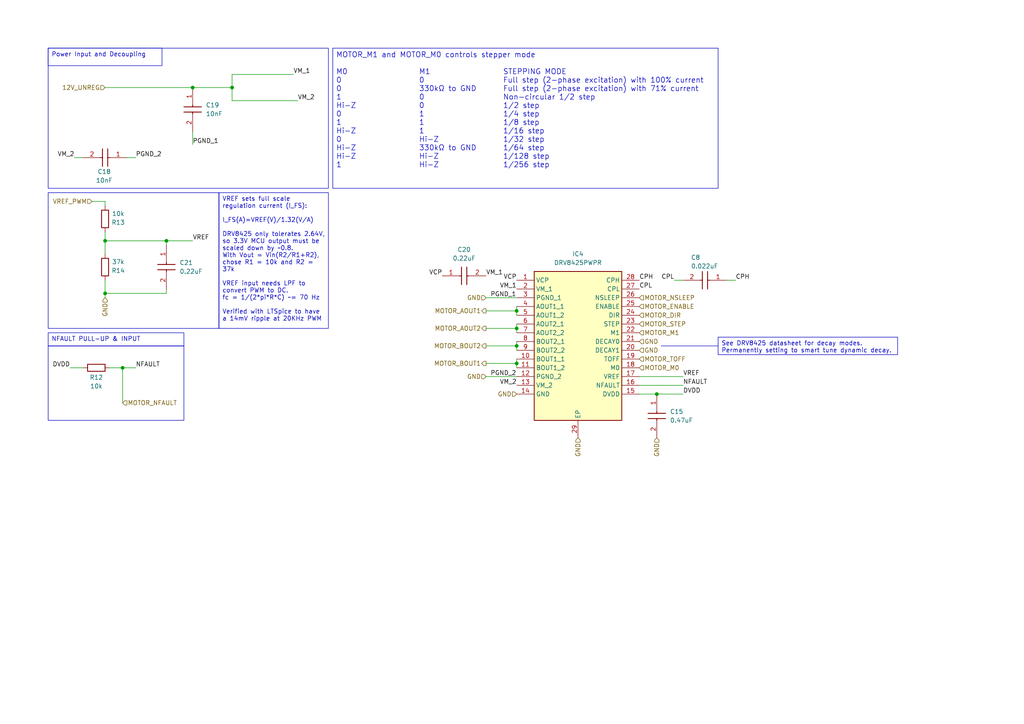
<source format=kicad_sch>
(kicad_sch (version 20250114) (generator "eeschema") (generator_version "9.0")
  (paper "A4")
  (lib_symbols
    (symbol "Device:R" (pin_numbers (hide yes)) (pin_names (offset 0))
      (property "Reference" "R" (at 2.032 0 90))
      (property "Value" "R" (at 0 0 90))
      (symbol "R_0_1"
        (rectangle (start -1.016 -2.54) (end 1.016 2.54) (stroke (width 0.254)))
      )
      (symbol "R_1_1"
        (pin passive line (at 0 3.81 270) (length 1.27) (name "~") (number "1"))
        (pin passive line (at 0 -3.81 90) (length 1.27) (name "~") (number "2"))
      )
    )
    (symbol "SamacSys_Parts:DRV8425PWPR"
      (property "Reference" "IC" (at 31.75 7.62 0))
      (property "Value" "DRV8425PWPR" (at 31.75 5.08 0))
      (symbol "DRV8425PWPR_1_1"
        (rectangle (start 5.08 2.54) (end 30.48 -40.64) (stroke (width 0.254)) (fill (type background)))
        (pin passive line (at 0 0 0) (length 5.08) (name "VCP") (number "1"))
        (pin passive line (at 0 -2.54 0) (length 5.08) (name "VM_1") (number "2"))
        (pin passive line (at 0 -5.08 0) (length 5.08) (name "PGND_1") (number "3"))
        (pin passive line (at 0 -7.62 0) (length 5.08) (name "AOUT1_1") (number "4"))
        (pin passive line (at 0 -10.16 0) (length 5.08) (name "AOUT1_2") (number "5"))
        (pin passive line (at 0 -12.7 0) (length 5.08) (name "AOUT2_1") (number "6"))
        (pin passive line (at 0 -15.24 0) (length 5.08) (name "AOUT2_2") (number "7"))
        (pin passive line (at 0 -17.78 0) (length 5.08) (name "BOUT2_1") (number "8"))
        (pin passive line (at 0 -20.32 0) (length 5.08) (name "BOUT2_2") (number "9"))
        (pin passive line (at 0 -22.86 0) (length 5.08) (name "BOUT1_1") (number "10"))
        (pin passive line (at 0 -25.4 0) (length 5.08) (name "BOUT1_2") (number "11"))
        (pin passive line (at 0 -27.94 0) (length 5.08) (name "PGND_2") (number "12"))
        (pin passive line (at 0 -30.48 0) (length 5.08) (name "VM_2") (number "13"))
        (pin passive line (at 0 -33.02 0) (length 5.08) (name "GND") (number "14"))
        (pin passive line (at 17.78 -45.72 90) (length 5.08) (name "EP") (number "29"))
        (pin passive line (at 35.56 0 180) (length 5.08) (name "CPH") (number "28"))
        (pin passive line (at 35.56 -2.54 180) (length 5.08) (name "CPL") (number "27"))
        (pin passive line (at 35.56 -5.08 180) (length 5.08) (name "NSLEEP") (number "26"))
        (pin passive line (at 35.56 -7.62 180) (length 5.08) (name "ENABLE") (number "25"))
        (pin passive line (at 35.56 -10.16 180) (length 5.08) (name "DIR") (number "24"))
        (pin passive line (at 35.56 -12.7 180) (length 5.08) (name "STEP") (number "23"))
        (pin passive line (at 35.56 -15.24 180) (length 5.08) (name "M1") (number "22"))
        (pin passive line (at 35.56 -17.78 180) (length 5.08) (name "DECAY0") (number "21"))
        (pin passive line (at 35.56 -20.32 180) (length 5.08) (name "DECAY1") (number "20"))
        (pin passive line (at 35.56 -22.86 180) (length 5.08) (name "TOFF") (number "19"))
        (pin passive line (at 35.56 -25.4 180) (length 5.08) (name "M0") (number "18"))
        (pin passive line (at 35.56 -27.94 180) (length 5.08) (name "VREF") (number "17"))
        (pin passive line (at 35.56 -30.48 180) (length 5.08) (name "NFAULT") (number "16"))
        (pin passive line (at 35.56 -33.02 180) (length 5.08) (name "DVDD") (number "15"))
      )
    )
    (symbol "SamacSys_Parts:GCM155R71E223KA55J" (pin_names (hide yes))
      (property "Reference" "C" (at 8.89 6.35 0))
      (property "Value" "GCM155R71E223KA55J" (at 8.89 3.81 0))
      (symbol "GCM155R71E223KA55J_1_1"
        (polyline (pts (xy 5.08 0) (xy 5.588 0)) (stroke (width 0.254)))
        (polyline (pts (xy 5.588 2.54) (xy 5.588 -2.54)) (stroke (width 0.254)))
        (polyline (pts (xy 7.112 2.54) (xy 7.112 -2.54)) (stroke (width 0.254)))
        (polyline (pts (xy 7.112 0) (xy 7.62 0)) (stroke (width 0.254)))
        (pin passive line (at 0 0 0) (length 5.08) (name "1") (number "1"))
        (pin passive line (at 12.7 0 180) (length 5.08) (name "2") (number "2"))
      )
    )
    (symbol "SamacSys_Parts:GRM155R71C224KA12D" (pin_names (hide yes))
      (property "Reference" "C" (at 8.89 6.35 0))
      (property "Value" "GRM155R71C224KA12D" (at 8.89 3.81 0))
      (symbol "GRM155R71C224KA12D_1_1"
        (polyline (pts (xy 5.08 0) (xy 5.588 0)) (stroke (width 0.254)))
        (polyline (pts (xy 5.588 2.54) (xy 5.588 -2.54)) (stroke (width 0.254)))
        (polyline (pts (xy 7.112 2.54) (xy 7.112 -2.54)) (stroke (width 0.254)))
        (polyline (pts (xy 7.112 0) (xy 7.62 0)) (stroke (width 0.254)))
        (pin passive line (at 0 0 0) (length 5.08) (name "1") (number "1"))
        (pin passive line (at 12.7 0 180) (length 5.08) (name "2") (number "2"))
      )
    )
    (symbol "SamacSys_Parts:GRM155R71E103KA01D" (pin_names (hide yes))
      (property "Reference" "C" (at 8.89 6.35 0))
      (property "Value" "GRM155R71E103KA01D" (at 8.89 3.81 0))
      (symbol "GRM155R71E103KA01D_1_1"
        (polyline (pts (xy 5.08 0) (xy 5.588 0)) (stroke (width 0.254)))
        (polyline (pts (xy 5.588 2.54) (xy 5.588 -2.54)) (stroke (width 0.254)))
        (polyline (pts (xy 7.112 2.54) (xy 7.112 -2.54)) (stroke (width 0.254)))
        (polyline (pts (xy 7.112 0) (xy 7.62 0)) (stroke (width 0.254)))
        (pin passive line (at 0 0 0) (length 5.08) (name "1") (number "1"))
        (pin passive line (at 12.7 0 180) (length 5.08) (name "2") (number "2"))
      )
    )
    (symbol "SamacSys_Parts:GRT155R71A474KE01D" (pin_names (hide yes))
      (property "Reference" "C" (at 8.89 6.35 0))
      (property "Value" "GRT155R71A474KE01D" (at 8.89 3.81 0))
      (symbol "GRT155R71A474KE01D_1_1"
        (polyline (pts (xy 5.08 0) (xy 5.588 0)) (stroke (width 0.254)))
        (polyline (pts (xy 5.588 2.54) (xy 5.588 -2.54)) (stroke (width 0.254)))
        (polyline (pts (xy 7.112 2.54) (xy 7.112 -2.54)) (stroke (width 0.254)))
        (polyline (pts (xy 7.112 0) (xy 7.62 0)) (stroke (width 0.254)))
        (pin passive line (at 0 0 0) (length 5.08) (name "1") (number "1"))
        (pin passive line (at 12.7 0 180) (length 5.08) (name "2") (number "2"))
      )
    )
  )
  (rectangle (start 13.97 55.88) (end 63.5 95.25))
  (rectangle (start 13.97 13.97) (end 95.25 54.61))
  (rectangle (start 13.97 100.33) (end 53.34 121.92))
  (text_box "NFAULT PULL-UP & INPUT\n" (at 13.97 96.52 0) (size 39.37 3.81) (margins 0.9525 0.9525 0.9525 0.9525) (effects (font (size 1.27 1.27)) (justify left top)))
  (text_box "Power Input and Decoupling\n" (at 13.97 13.97 0) (size 33.02 5.08) (margins 0.9525 0.9525 0.9525 0.9525) (effects (font (size 1.27 1.27)) (justify left top)))
  (text_box "See DRV8425 datasheet for decay modes. Permanently setting to smart tune dynamic decay." (at 208.28 97.79 0) (size 52.07 5.08) (margins 0.9525 0.9525 0.9525 0.9525) (effects (font (size 1.27 1.27)) (justify left top)))
  (text_box "MOTOR_M1 and MOTOR_M0 controls stepper mode\n\nM0				M1				STEPPING MODE\n0				0 				Full step (2-phase excitation) with 100% current\n0 				330kΩ to GND	Full step (2-phase excitation) with 71% current\n1 				0 				Non-circular 1/2 step\nHi-Z 			0 				1/2 step\n0 				1 				1/4 step\n1 				1 				1/8 step\nHi-Z 			1 				1/16 step\n0 				Hi-Z 			1/32 step\nHi-Z 			330kΩ to GND	1/64 step\nHi-Z 			Hi-Z 			1/128 step\n1 				Hi-Z 			1/256 step" (at 96.52 13.97 0) (size 111.76 40.64) (margins 0.9525 0.9525 0.9525 0.9525) (effects (font (size 1.524 1.524)) (justify left top)))
  (text_box "VREF sets full scale regulation current (I_FS):\n\nI_FS(A)=VREF(V)/1.32(V/A)\n\nDRV8425 only tolerates 2.64V, so 3.3V MCU output must be scaled down by ~0.8. \nWith Vout = Vin(R2/R1+R2), chose R1 = 10k and R2 = 37k\n\nVREF input needs LPF to convert PWM to DC. \nfc = 1/(2*pi*R*C) ~= 70 Hz \n\nVerified with LTSpice to have a 14mV ripple at 20KHz PWM" (at 63.5 55.88 0) (size 31.75 39.37) (margins 0.9525 0.9525 0.9525 0.9525) (effects (font (size 1.27 1.27)) (justify left top)))
  (junction (at 190.5 114.3))
  (junction (at 67.31 25.4))
  (junction (at 149.86 100.33))
  (junction (at 30.48 85.09))
  (junction (at 35.56 106.68))
  (junction (at 48.26 69.85))
  (junction (at 149.86 95.25))
  (junction (at 149.86 105.41))
  (junction (at 30.48 69.85))
  (junction (at 55.88 25.4))
  (junction (at 149.86 90.17))
  (wire (pts (xy 149.86 88.9) (xy 149.86 90.17)))
  (wire (pts (xy 55.88 25.4) (xy 67.31 25.4)))
  (wire (pts (xy 30.48 69.85) (xy 30.48 73.66)))
  (wire (pts (xy 48.26 69.85) (xy 55.88 69.85)))
  (wire (pts (xy 140.97 109.22) (xy 149.86 109.22)))
  (wire (pts (xy 20.32 106.68) (xy 24.13 106.68)))
  (wire (pts (xy 30.48 85.09) (xy 30.48 86.36)))
  (wire (pts (xy 149.86 93.98) (xy 149.86 95.25)))
  (wire (pts (xy 198.12 109.22) (xy 185.42 109.22)))
  (wire (pts (xy 30.48 58.42) (xy 30.48 59.69)))
  (wire (pts (xy 21.59 45.72) (xy 24.13 45.72)))
  (wire (pts (xy 30.48 25.4) (xy 55.88 25.4)))
  (wire (pts (xy 30.48 69.85) (xy 48.26 69.85)))
  (wire (pts (xy 30.48 85.09) (xy 48.26 85.09)))
  (wire (pts (xy 31.75 106.68) (xy 35.56 106.68)))
  (wire (pts (xy 55.88 41.91) (xy 55.88 38.1)))
  (wire (pts (xy 190.5 114.3) (xy 198.12 114.3)))
  (wire (pts (xy 86.36 29.21) (xy 67.31 29.21)))
  (wire (pts (xy 140.97 105.41) (xy 149.86 105.41)))
  (wire (pts (xy 26.67 58.42) (xy 30.48 58.42)))
  (wire (pts (xy 67.31 21.59) (xy 85.09 21.59)))
  (wire (pts (xy 140.97 90.17) (xy 149.86 90.17)))
  (wire (pts (xy 67.31 29.21) (xy 67.31 25.4)))
  (wire (pts (xy 140.97 86.36) (xy 149.86 86.36)))
  (wire (pts (xy 149.86 105.41) (xy 149.86 106.68)))
  (wire (pts (xy 67.31 21.59) (xy 67.31 25.4)))
  (wire (pts (xy 48.26 83.82) (xy 48.26 85.09)))
  (wire (pts (xy 149.86 95.25) (xy 149.86 96.52)))
  (wire (pts (xy 149.86 100.33) (xy 149.86 101.6)))
  (polyline (pts (xy 191.77 100.33) (xy 208.28 100.33)))
  (wire (pts (xy 30.48 81.28) (xy 30.48 85.09)))
  (wire (pts (xy 140.97 100.33) (xy 149.86 100.33)))
  (wire (pts (xy 35.56 106.68) (xy 35.56 116.84)))
  (wire (pts (xy 35.56 106.68) (xy 39.37 106.68)))
  (wire (pts (xy 210.82 81.28) (xy 213.36 81.28)))
  (wire (pts (xy 149.86 99.06) (xy 149.86 100.33)))
  (wire (pts (xy 185.42 114.3) (xy 190.5 114.3)))
  (wire (pts (xy 149.86 90.17) (xy 149.86 91.44)))
  (wire (pts (xy 48.26 71.12) (xy 48.26 69.85)))
  (wire (pts (xy 140.97 95.25) (xy 149.86 95.25)))
  (wire (pts (xy 36.83 45.72) (xy 39.37 45.72)))
  (wire (pts (xy 149.86 104.14) (xy 149.86 105.41)))
  (wire (pts (xy 195.58 81.28) (xy 198.12 81.28)))
  (wire (pts (xy 30.48 67.31) (xy 30.48 69.85)))
  (wire (pts (xy 185.42 111.76) (xy 198.12 111.76)))
  (label "VM_1" (at 140.97 80.01 0))
  (label "VM_2" (at 149.86 111.76 180))
  (label "CPH" (at 185.42 81.28 0))
  (label "PGND_1" (at 142.24 86.36 0))
  (label "DVDD" (at 20.32 106.68 180))
  (label "NFAULT" (at 198.12 111.76 0))
  (label "CPH" (at 213.36 81.28 0))
  (label "VREF" (at 55.88 69.85 0))
  (label "PGND_2" (at 142.24 109.22 0))
  (label "VM_1" (at 85.09 21.59 0))
  (label "VM_2" (at 21.59 45.72 180))
  (label "VM_2" (at 86.36 29.21 0))
  (label "VCP" (at 128.27 80.01 180))
  (label "NFAULT" (at 39.37 106.68 0))
  (label "VREF" (at 198.12 109.22 0))
  (label "PGND_2" (at 39.37 45.72 0))
  (label "CPL" (at 185.42 83.82 0))
  (label "DVDD" (at 198.12 114.3 0))
  (label "CPL" (at 195.58 81.28 180))
  (label "PGND_1" (at 55.88 41.91 0))
  (label "VCP" (at 149.86 81.28 180))
  (label "VM_1" (at 149.86 83.82 180))
  (hierarchical_label "MOTOR_STEP" (shape input) (at 185.42 93.98 0))
  (hierarchical_label "GND" (shape input) (at 30.48 86.36 270))
  (hierarchical_label "VREF_PWM" (shape input) (at 26.67 58.42 180))
  (hierarchical_label "MOTOR_BOUT2" (shape output) (at 140.97 100.33 180))
  (hierarchical_label "GND" (shape input) (at 185.42 101.6 0))
  (hierarchical_label "MOTOR_M0" (shape input) (at 185.42 106.68 0))
  (hierarchical_label "GND" (shape input) (at 140.97 109.22 180))
  (hierarchical_label "MOTOR_DIR" (shape input) (at 185.42 91.44 0))
  (hierarchical_label "MOTOR_AOUT2" (shape output) (at 140.97 95.25 180))
  (hierarchical_label "MOTOR_NFAULT" (shape input) (at 35.56 116.84 0))
  (hierarchical_label "GND" (shape input) (at 149.86 114.3 180))
  (hierarchical_label "GND" (shape input) (at 185.42 99.06 0))
  (hierarchical_label "MOTOR_TOFF" (shape input) (at 185.42 104.14 0))
  (hierarchical_label "MOTOR_AOUT1" (shape output) (at 140.97 90.17 180))
  (hierarchical_label "GND" (shape input) (at 190.5 127 270))
  (hierarchical_label "GND" (shape input) (at 167.64 127 270))
  (hierarchical_label "MOTOR_M1" (shape input) (at 185.42 96.52 0))
  (hierarchical_label "MOTOR_ENABLE" (shape input) (at 185.42 88.9 0))
  (hierarchical_label "12V_UNREG" (shape input) (at 30.48 25.4 180))
  (hierarchical_label "GND" (shape input) (at 140.97 86.36 180))
  (hierarchical_label "MOTOR_BOUT1" (shape output) (at 140.97 105.41 180))
  (hierarchical_label "MOTOR_NSLEEP" (shape input) (at 185.42 86.36 0))
  (symbol (lib_id "SamacSys_Parts:GRM155R71E103KA01D") (at 36.83 45.72 180) (unit 1)
    (property "Reference" "C18" (at 30.226 49.784 0))
    (property "Value" "10nF" (at 30.226 52.324 0))
    (property "Footprint" "CAPC1005X70N" (effects (hide yes)))
    (property "Datasheet" "https://search.murata.co.jp/Ceramy/image/img/A01X/G101/ENG/GRM155R71E103KA01-01A.pdf" (effects (hide yes)))
    (property "Description" "Cap, Ceramic,0402, 10nF 25V Murata 0402 GRM 10nF Ceramic Multilayer Capacitor, 25 V dc, +125C, X7R Dielectric, +/-10% SMD" (effects (hide yes)))
    (property "Height" "0.7" (effects (hide yes)))
    (property "Manufacturer_Name" "Murata Electronics" (effects (hide yes)))
    (property "Manufacturer_Part_Number" "GRM155R71E103KA01D" (effects (hide yes)))
    (property "Mouser Part Number" "81-GRM36X103K25" (effects (hide yes)))
    (property "Mouser Price/Stock" "https://www.mouser.co.uk/ProductDetail/Murata-Electronics/GRM155R71E103KA01D?qs=tOieHv2smhmMGFtkNVb1ug%3D%3D" (effects (hide yes)))
    (property "Arrow Part Number" "GRM155R71E103KA01D" (effects (hide yes)))
    (property "Arrow Price/Stock" "https://www.arrow.com/en/products/grm155r71e103ka01d/murata-manufacturing?utm_currency=USD&region=nac" (effects (hide yes)))
  )
  (symbol (lib_id "SamacSys_Parts:GRM155R71C224KA12D") (at 48.26 71.12 270) (unit 1)
    (property "Reference" "C21" (at 52.07 76.1999 90) (effects (justify left)))
    (property "Value" "0.22uF" (at 52.07 78.7399 90) (effects (justify left)))
    (property "Footprint" "GRM15x" (effects (hide yes)))
    (property "Datasheet" "https://search.murata.co.jp/Ceramy/image/img/A01X/G101/ENG/GRM155R71C224KA12-01A.pdf" (effects (hide yes)))
    (property "Description" "Multilayer Ceramic Capacitors MLCC - SMD/SMT 0402 0.22uF 16volt X7R +/-10%" (effects (hide yes)))
    (property "Height" "0.33" (effects (hide yes)))
    (property "Manufacturer_Name" "Murata Electronics" (effects (hide yes)))
    (property "Manufacturer_Part_Number" "GRM155R71C224KA12D" (effects (hide yes)))
    (property "Mouser Part Number" "81-GRM155R71C224KA2D" (effects (hide yes)))
    (property "Mouser Price/Stock" "https://www.mouser.co.uk/ProductDetail/Murata-Electronics/GRM155R71C224KA12D?qs=8QlF2AcitS0dCOVLIM1EhQ%3D%3D" (effects (hide yes)))
    (property "Arrow Part Number" "GRM155R71C224KA12D" (effects (hide yes)))
    (property "Arrow Price/Stock" "https://www.arrow.com/en/products/grm155r71c224ka12d/murata-manufacturing?utm_currency=USD&region=europe" (effects (hide yes)))
  )
  (symbol (lib_id "SamacSys_Parts:DRV8425PWPR") (at 149.86 81.28 0) (unit 1)
    (property "Reference" "IC4" (at 167.64 73.66 0))
    (property "Value" "DRV8425PWPR" (at 167.64 76.2 0))
    (property "Footprint" "SOP65P640X120-29N" (effects (hide yes)))
    (property "Datasheet" "https://www.ti.com/lit/ds/symlink/drv8425.pdf?HQS=dis-dk-null-digikeymode-dsf-pf-null-wwe&ts=1649241545013" (effects (hide yes)))
    (property "Description" "Bipolar Motor Driver NMOS PWM, Step/Direction 28-HTSSOP" (effects (hide yes)))
    (property "Height" "1.2" (effects (hide yes)))
    (property "Manufacturer_Name" "Texas Instruments" (effects (hide yes)))
    (property "Manufacturer_Part_Number" "DRV8425PWPR" (effects (hide yes)))
    (property "Mouser Part Number" "595-DRV8425PWPR" (effects (hide yes)))
    (property "Mouser Price/Stock" "https://www.mouser.co.uk/ProductDetail/Texas-Instruments/DRV8425PWPR?qs=TuK3vfAjtkX3LipbcPvusQ%3D%3D" (effects (hide yes)))
  )
  (symbol (lib_id "SamacSys_Parts:GRT155R71A474KE01D") (at 190.5 114.3 270) (unit 1)
    (property "Reference" "C15" (at 194.31 119.3799 90) (effects (justify left)))
    (property "Value" "0.47uF" (at 194.31 121.9199 90) (effects (justify left)))
    (property "Footprint" "GRT155R71H472KE01D" (effects (hide yes)))
    (property "Datasheet" "https://search.murata.co.jp/Ceramy/image/img/A01X/G101/ENG/GRT155R71A474KE01-01A.pdf" (effects (hide yes)))
    (property "Description" "Capacitor GRT15 L=1.0mm W=0.5mm T=0.5mm" (effects (hide yes)))
    (property "Height" "0.55" (effects (hide yes)))
    (property "Manufacturer_Name" "Murata Electronics" (effects (hide yes)))
    (property "Manufacturer_Part_Number" "GRT155R71A474KE01D" (effects (hide yes)))
    (property "Mouser Part Number" "81-GRT155R71A474KE1D" (effects (hide yes)))
    (property "Mouser Price/Stock" "http://www.mouser.com/Search/ProductDetail.aspx?qs=qkDYIeTQ%252bElGXbvO%252bifWFw%3d%3d" (effects (hide yes)))
  )
  (symbol (lib_id "SamacSys_Parts:GCM155R71E223KA55J") (at 210.82 81.28 180) (unit 1)
    (property "Reference" "C8" (at 200.406 74.676 0) (effects (justify right)))
    (property "Value" "0.022uF" (at 200.406 77.216 0) (effects (justify right)))
    (property "Footprint" "CAPC1005X55N" (effects (hide yes)))
    (property "Datasheet" "https://search.murata.co.jp/Ceramy/image/img/A01X/G101/ENG/GCM155R71E223KA55-01A.pdf" (effects (hide yes)))
    (property "Description" "Capacitor GCM15 L=1.0mm W=0.5mm T=0.5mm" (effects (hide yes)))
    (property "Height" "0.55" (effects (hide yes)))
    (property "Manufacturer_Name" "Murata Electronics" (effects (hide yes)))
    (property "Manufacturer_Part_Number" "GCM155R71E223KA55J" (effects (hide yes)))
    (property "Mouser Part Number" "81-GCM155R71E223KA5J" (effects (hide yes)))
    (property "Mouser Price/Stock" "https://www.mouser.com/Search/Refine.aspx?Keyword=81-GCM155R71E223KA5J" (effects (hide yes)))
    (property "Arrow Part Number" "GCM155R71E223KA55J" (effects (hide yes)))
    (property "Arrow Price/Stock" "https://www.arrow.com/en/products/gcm155r71e223ka55j/murata-manufacturing" (effects (hide yes)))
  )
  (symbol (lib_id "Device:R") (at 30.48 77.47 0) (unit 1)
    (property "Reference" "R14" (at 34.29 78.486 0))
    (property "Value" "37k" (at 34.29 75.946 0))
    (property "Description" "Resistor" (effects (hide yes)))
  )
  (symbol (lib_id "SamacSys_Parts:GRM155R71E103KA01D") (at 55.88 25.4 270) (unit 1)
    (property "Reference" "C19" (at 59.69 30.4799 90) (effects (justify left)))
    (property "Value" "10nF" (at 59.69 33.0199 90) (effects (justify left)))
    (property "Footprint" "CAPC1005X70N" (effects (hide yes)))
    (property "Datasheet" "https://search.murata.co.jp/Ceramy/image/img/A01X/G101/ENG/GRM155R71E103KA01-01A.pdf" (effects (hide yes)))
    (property "Description" "Cap, Ceramic,0402, 10nF 25V Murata 0402 GRM 10nF Ceramic Multilayer Capacitor, 25 V dc, +125C, X7R Dielectric, +/-10% SMD" (effects (hide yes)))
    (property "Height" "0.7" (effects (hide yes)))
    (property "Manufacturer_Name" "Murata Electronics" (effects (hide yes)))
    (property "Manufacturer_Part_Number" "GRM155R71E103KA01D" (effects (hide yes)))
    (property "Mouser Part Number" "81-GRM36X103K25" (effects (hide yes)))
    (property "Mouser Price/Stock" "https://www.mouser.co.uk/ProductDetail/Murata-Electronics/GRM155R71E103KA01D?qs=tOieHv2smhmMGFtkNVb1ug%3D%3D" (effects (hide yes)))
    (property "Arrow Part Number" "GRM155R71E103KA01D" (effects (hide yes)))
    (property "Arrow Price/Stock" "https://www.arrow.com/en/products/grm155r71e103ka01d/murata-manufacturing?utm_currency=USD&region=nac" (effects (hide yes)))
  )
  (symbol (lib_id "Device:R") (at 27.94 106.68 270) (unit 1)
    (property "Reference" "R12" (at 27.94 109.474 90))
    (property "Value" "10k" (at 27.94 112.014 90))
    (property "Description" "Resistor" (effects (hide yes)))
  )
  (symbol (lib_id "Device:R") (at 30.48 63.5 0) (unit 1)
    (property "Reference" "R13" (at 34.29 64.516 0))
    (property "Value" "10k" (at 34.29 61.976 0))
    (property "Description" "Resistor" (effects (hide yes)))
  )
  (symbol (lib_id "SamacSys_Parts:GRM155R71C224KA12D") (at 128.27 80.01 0) (unit 1)
    (property "Reference" "C20" (at 134.62 72.39 0))
    (property "Value" "0.22uF" (at 134.62 74.93 0))
    (property "Footprint" "GRM15x" (effects (hide yes)))
    (property "Datasheet" "https://search.murata.co.jp/Ceramy/image/img/A01X/G101/ENG/GRM155R71C224KA12-01A.pdf" (effects (hide yes)))
    (property "Description" "Multilayer Ceramic Capacitors MLCC - SMD/SMT 0402 0.22uF 16volt X7R +/-10%" (effects (hide yes)))
    (property "Height" "0.33" (effects (hide yes)))
    (property "Manufacturer_Name" "Murata Electronics" (effects (hide yes)))
    (property "Manufacturer_Part_Number" "GRM155R71C224KA12D" (effects (hide yes)))
    (property "Mouser Part Number" "81-GRM155R71C224KA2D" (effects (hide yes)))
    (property "Mouser Price/Stock" "https://www.mouser.co.uk/ProductDetail/Murata-Electronics/GRM155R71C224KA12D?qs=8QlF2AcitS0dCOVLIM1EhQ%3D%3D" (effects (hide yes)))
    (property "Arrow Part Number" "GRM155R71C224KA12D" (effects (hide yes)))
    (property "Arrow Price/Stock" "https://www.arrow.com/en/products/grm155r71c224ka12d/murata-manufacturing?utm_currency=USD&region=europe" (effects (hide yes)))
  )
)
</source>
